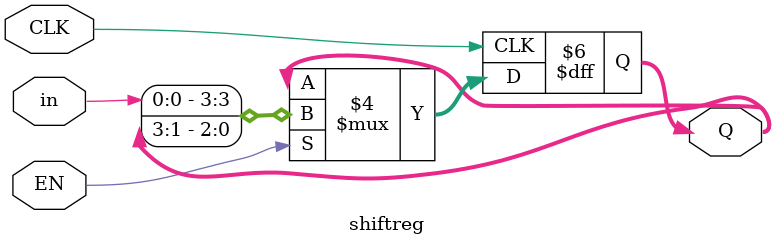
<source format=v>
module shiftreg(EN, in, CLK, Q);
	parameter n = 4;
	input EN, CLK, in;
	output [n-1:0] Q;
	reg [n-1:0] Q;
	initial
	Q = 4'd10;
	always @(posedge CLK)
	begin
		if(EN) Q = {in, Q[n-1:1]};
	end
endmodule
</source>
